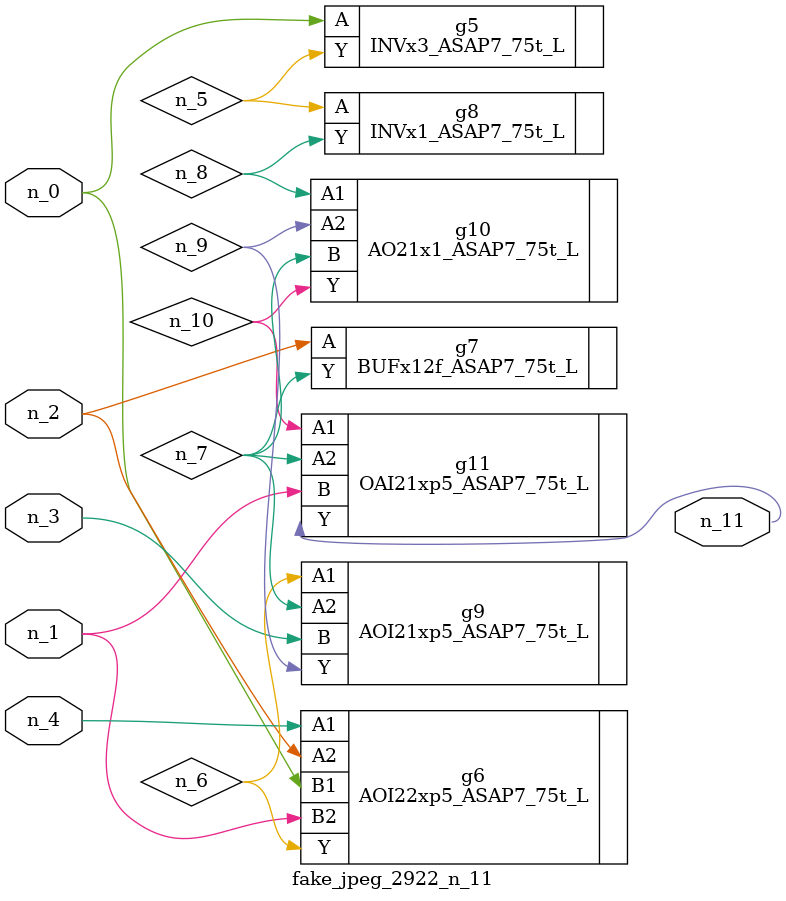
<source format=v>
module fake_jpeg_2922_n_11 (n_3, n_2, n_1, n_0, n_4, n_11);

input n_3;
input n_2;
input n_1;
input n_0;
input n_4;

output n_11;

wire n_10;
wire n_8;
wire n_9;
wire n_6;
wire n_5;
wire n_7;

INVx3_ASAP7_75t_L g5 ( 
.A(n_0),
.Y(n_5)
);

AOI22xp5_ASAP7_75t_L g6 ( 
.A1(n_4),
.A2(n_2),
.B1(n_0),
.B2(n_1),
.Y(n_6)
);

BUFx12f_ASAP7_75t_L g7 ( 
.A(n_2),
.Y(n_7)
);

INVx1_ASAP7_75t_L g8 ( 
.A(n_5),
.Y(n_8)
);

AO21x1_ASAP7_75t_L g10 ( 
.A1(n_8),
.A2(n_9),
.B(n_7),
.Y(n_10)
);

AOI21xp5_ASAP7_75t_L g9 ( 
.A1(n_6),
.A2(n_7),
.B(n_3),
.Y(n_9)
);

OAI21xp5_ASAP7_75t_L g11 ( 
.A1(n_10),
.A2(n_7),
.B(n_1),
.Y(n_11)
);


endmodule
</source>
